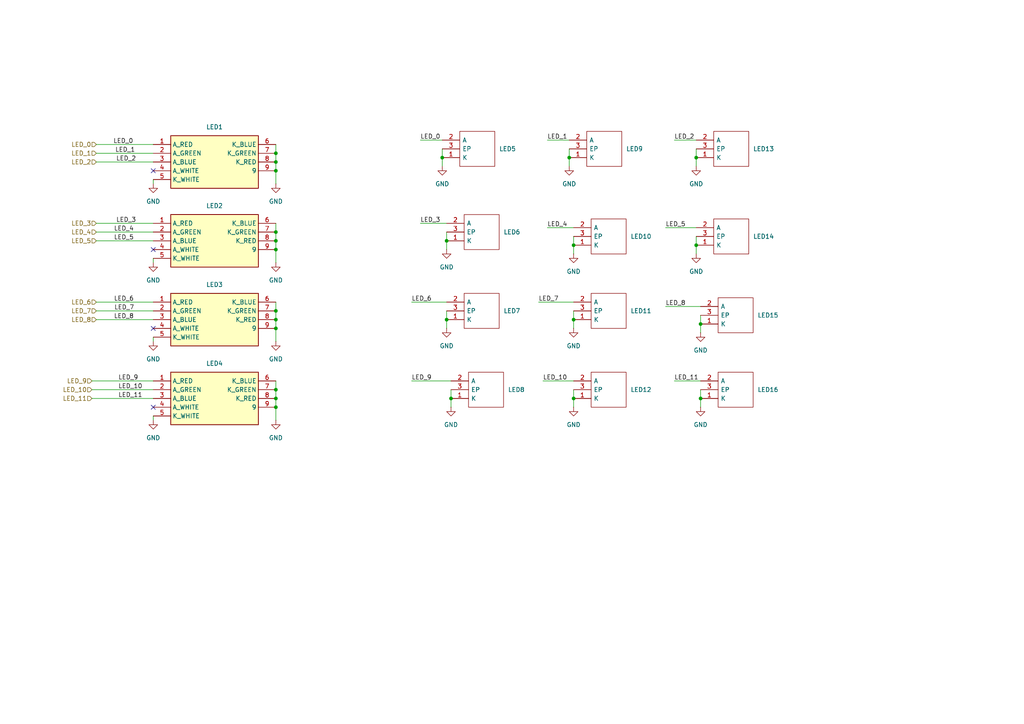
<source format=kicad_sch>
(kicad_sch (version 20250114) (generator "eeschema") (generator_version "9.0")
  (paper "A4")
  (lib_symbols
    (symbol "JR5050CWT-E-B50EB0000-N0000001:JR5050CWT-E-B50EB0000-N0000001" (pin_names (offset 0.762))
      (property "Reference" "LED" (at 16.51 7.62 0))
      (property "Value" "JR5050CWT-E-B50EB0000-N0000001" (at 16.51 5.08 0))
      (symbol "JR5050CWT-E-B50EB0000-N0000001_0_0"
        (pin passive line (at 0 0 0) (length 5.08) (name "A") (number "2"))
        (pin passive line (at 0 -2.54 0) (length 5.08) (name "EP") (number "3"))
        (pin passive line (at 0 -5.08 0) (length 5.08) (name "K") (number "1"))
      )
      (symbol "JR5050CWT-E-B50EB0000-N0000001_0_1"
        (polyline (pts (xy 5.08 2.54) (xy 15.24 2.54) (xy 15.24 -7.62) (xy 5.08 -7.62) (xy 5.08 2.54)) (stroke (width 0.1524)))
      )
    )
    (symbol "XPLDCL-00-0000-0000HC6AAAE7:XPLDCL-00-0000-0000HC6AAAE7"
      (property "Reference" "LED" (at 31.75 7.62 0))
      (property "Value" "XPLDCL-00-0000-0000HC6AAAE7" (at 31.75 5.08 0))
      (symbol "XPLDCL-00-0000-0000HC6AAAE7_1_1"
        (rectangle (start 5.08 2.54) (end 30.48 -12.7) (stroke (width 0.254)) (fill (type background)))
        (pin passive line (at 0 0 0) (length 5.08) (name "A_RED") (number "1"))
        (pin passive line (at 0 -2.54 0) (length 5.08) (name "A_GREEN") (number "2"))
        (pin passive line (at 0 -5.08 0) (length 5.08) (name "A_BLUE") (number "3"))
        (pin passive line (at 0 -7.62 0) (length 5.08) (name "A_WHITE") (number "4"))
        (pin passive line (at 0 -10.16 0) (length 5.08) (name "K_WHITE") (number "5"))
        (pin passive line (at 35.56 0 180) (length 5.08) (name "K_BLUE") (number "6"))
        (pin passive line (at 35.56 -2.54 180) (length 5.08) (name "K_GREEN") (number "7"))
        (pin passive line (at 35.56 -5.08 180) (length 5.08) (name "K_RED") (number "8"))
        (pin passive line (at 35.56 -7.62 180) (length 5.08) (name "9") (number "9"))
      )
    )
    (symbol "power:GND" (power) (pin_numbers (hide yes)) (pin_names (offset 0) (hide yes))
      (property "Value" "GND" (at 0 -3.81 0))
      (symbol "GND_0_1"
        (polyline (pts (xy 0 0) (xy 0 -1.27) (xy 1.27 -1.27) (xy 0 -2.54) (xy -1.27 -1.27) (xy 0 -1.27)))
      )
      (symbol "GND_1_1"
        (pin power_in line (at 0 0 270) (length 0) (name "~") (number "1"))
      )
    )
  )
  (junction (at 166.37 92.71))
  (junction (at 201.93 71.12))
  (junction (at 128.27 45.72))
  (junction (at 80.01 67.31))
  (junction (at 129.54 92.71))
  (junction (at 203.2 93.98))
  (junction (at 80.01 115.57))
  (junction (at 129.54 69.85))
  (junction (at 80.01 49.53))
  (junction (at 80.01 69.85))
  (junction (at 166.37 71.12))
  (junction (at 80.01 72.39))
  (junction (at 201.93 45.72))
  (junction (at 80.01 92.71))
  (junction (at 80.01 90.17))
  (junction (at 203.2 115.57))
  (junction (at 80.01 46.99))
  (junction (at 80.01 118.11))
  (junction (at 130.81 115.57))
  (junction (at 80.01 95.25))
  (junction (at 165.1 45.72))
  (junction (at 80.01 113.03))
  (junction (at 80.01 44.45))
  (junction (at 166.37 115.57))
  (no_connect (at 44.45 49.53))
  (no_connect (at 44.45 72.39))
  (no_connect (at 44.45 95.25))
  (no_connect (at 44.45 118.11))
  (wire (pts (xy 27.94 46.99) (xy 44.45 46.99)))
  (wire (pts (xy 193.04 88.9) (xy 203.2 88.9)))
  (wire (pts (xy 80.01 92.71) (xy 80.01 95.25)))
  (wire (pts (xy 201.93 45.72) (xy 201.93 48.26)))
  (wire (pts (xy 80.01 87.63) (xy 80.01 90.17)))
  (wire (pts (xy 80.01 121.92) (xy 80.01 118.11)))
  (wire (pts (xy 158.75 40.64) (xy 165.1 40.64)))
  (wire (pts (xy 44.45 99.06) (xy 44.45 97.79)))
  (wire (pts (xy 165.1 43.18) (xy 165.1 45.72)))
  (wire (pts (xy 165.1 45.72) (xy 165.1 48.26)))
  (wire (pts (xy 129.54 69.85) (xy 129.54 72.39)))
  (wire (pts (xy 27.94 87.63) (xy 44.45 87.63)))
  (wire (pts (xy 128.27 43.18) (xy 128.27 45.72)))
  (wire (pts (xy 201.93 68.58) (xy 201.93 71.12)))
  (wire (pts (xy 27.94 44.45) (xy 44.45 44.45)))
  (wire (pts (xy 166.37 113.03) (xy 166.37 115.57)))
  (wire (pts (xy 27.94 41.91) (xy 44.45 41.91)))
  (wire (pts (xy 130.81 115.57) (xy 130.81 118.11)))
  (wire (pts (xy 166.37 92.71) (xy 166.37 95.25)))
  (wire (pts (xy 44.45 53.34) (xy 44.45 52.07)))
  (wire (pts (xy 26.67 113.03) (xy 44.45 113.03)))
  (wire (pts (xy 80.01 46.99) (xy 80.01 49.53)))
  (wire (pts (xy 80.01 99.06) (xy 80.01 95.25)))
  (wire (pts (xy 203.2 113.03) (xy 203.2 115.57)))
  (wire (pts (xy 157.48 110.49) (xy 166.37 110.49)))
  (wire (pts (xy 166.37 90.17) (xy 166.37 92.71)))
  (wire (pts (xy 44.45 76.2) (xy 44.45 74.93)))
  (wire (pts (xy 158.75 66.04) (xy 166.37 66.04)))
  (wire (pts (xy 80.01 44.45) (xy 80.01 46.99)))
  (wire (pts (xy 129.54 90.17) (xy 129.54 92.71)))
  (wire (pts (xy 203.2 91.44) (xy 203.2 93.98)))
  (wire (pts (xy 80.01 113.03) (xy 80.01 115.57)))
  (wire (pts (xy 128.27 45.72) (xy 128.27 48.26)))
  (wire (pts (xy 27.94 67.31) (xy 44.45 67.31)))
  (wire (pts (xy 27.94 90.17) (xy 44.45 90.17)))
  (wire (pts (xy 80.01 64.77) (xy 80.01 67.31)))
  (wire (pts (xy 195.58 40.64) (xy 201.93 40.64)))
  (wire (pts (xy 80.01 76.2) (xy 80.01 72.39)))
  (wire (pts (xy 129.54 67.31) (xy 129.54 69.85)))
  (wire (pts (xy 166.37 115.57) (xy 166.37 118.11)))
  (wire (pts (xy 44.45 121.92) (xy 44.45 120.65)))
  (wire (pts (xy 26.67 110.49) (xy 44.45 110.49)))
  (wire (pts (xy 80.01 67.31) (xy 80.01 69.85)))
  (wire (pts (xy 27.94 69.85) (xy 44.45 69.85)))
  (wire (pts (xy 156.21 87.63) (xy 166.37 87.63)))
  (wire (pts (xy 201.93 71.12) (xy 201.93 73.66)))
  (wire (pts (xy 129.54 92.71) (xy 129.54 95.25)))
  (wire (pts (xy 80.01 53.34) (xy 80.01 49.53)))
  (wire (pts (xy 195.58 110.49) (xy 203.2 110.49)))
  (wire (pts (xy 27.94 92.71) (xy 44.45 92.71)))
  (wire (pts (xy 80.01 69.85) (xy 80.01 72.39)))
  (wire (pts (xy 80.01 115.57) (xy 80.01 118.11)))
  (wire (pts (xy 166.37 71.12) (xy 166.37 73.66)))
  (wire (pts (xy 80.01 110.49) (xy 80.01 113.03)))
  (wire (pts (xy 203.2 115.57) (xy 203.2 118.11)))
  (wire (pts (xy 80.01 90.17) (xy 80.01 92.71)))
  (wire (pts (xy 119.38 87.63) (xy 129.54 87.63)))
  (wire (pts (xy 193.04 66.04) (xy 201.93 66.04)))
  (wire (pts (xy 80.01 41.91) (xy 80.01 44.45)))
  (wire (pts (xy 121.92 64.77) (xy 129.54 64.77)))
  (wire (pts (xy 203.2 93.98) (xy 203.2 96.52)))
  (wire (pts (xy 26.67 115.57) (xy 44.45 115.57)))
  (wire (pts (xy 130.81 113.03) (xy 130.81 115.57)))
  (wire (pts (xy 166.37 68.58) (xy 166.37 71.12)))
  (wire (pts (xy 119.38 110.49) (xy 130.81 110.49)))
  (wire (pts (xy 201.93 43.18) (xy 201.93 45.72)))
  (wire (pts (xy 27.94 64.77) (xy 44.45 64.77)))
  (wire (pts (xy 121.92 40.64) (xy 128.27 40.64)))
  (label "LED_7" (at 33.1216 90.17 0))
  (label "LED_2" (at 195.58 40.64 0))
  (label "LED_3" (at 33.67 64.77 0))
  (label "LED_3" (at 121.92 64.77 0))
  (label "LED_10" (at 157.48 110.49 0))
  (label "LED_0" (at 32.8474 41.91 0))
  (label "LED_0" (at 121.92 40.64 0))
  (label "LED_4" (at 33.02 67.31 0))
  (label "LED_9" (at 34.29 110.49 0))
  (label "LED_6" (at 119.38 87.63 0))
  (label "LED_8" (at 193.04 88.9 0))
  (label "LED_5" (at 33.02 69.85 0))
  (label "LED_5" (at 193.04 66.04 0))
  (label "LED_1" (at 158.75 40.64 0))
  (label "LED_1" (at 33.3958 44.45 0))
  (label "LED_9" (at 119.38 110.49 0))
  (label "LED_11" (at 34.29 115.57 0))
  (label "LED_8" (at 33.02 92.71 0))
  (label "LED_11" (at 195.58 110.49 0))
  (label "LED_7" (at 156.21 87.63 0))
  (label "LED_10" (at 34.29 113.03 0))
  (label "LED_2" (at 33.67 46.99 0))
  (label "LED_6" (at 33.02 87.63 0))
  (label "LED_4" (at 158.75 66.04 0))
  (hierarchical_label "LED_3" (shape input) (at 27.94 64.77 180))
  (hierarchical_label "LED_5" (shape input) (at 27.94 69.85 180))
  (hierarchical_label "LED_6" (shape input) (at 27.94 87.63 180))
  (hierarchical_label "LED_0" (shape input) (at 27.94 41.91 180))
  (hierarchical_label "LED_7" (shape input) (at 27.94 90.17 180))
  (hierarchical_label "LED_2" (shape input) (at 27.94 46.99 180))
  (hierarchical_label "LED_9" (shape input) (at 26.67 110.49 180))
  (hierarchical_label "LED_8" (shape input) (at 27.94 92.71 180))
  (hierarchical_label "LED_10" (shape input) (at 26.67 113.03 180))
  (hierarchical_label "LED_4" (shape input) (at 27.94 67.31 180))
  (hierarchical_label "LED_11" (shape input) (at 26.67 115.57 180))
  (hierarchical_label "LED_1" (shape input) (at 27.94 44.45 180))
  (symbol (lib_id "power:GND") (at 129.54 95.25 0) (unit 1)
    (property "Reference" "#PWR054" (effects (hide yes)))
    (property "Value" "GND" (at 129.54 100.33 0))
    (property "Description" "Power symbol creates a global label with name \"GND\" , ground" (effects (hide yes)))
  )
  (symbol (lib_id "power:GND") (at 80.01 99.06 0) (unit 1)
    (property "Reference" "#PWR050" (effects (hide yes)))
    (property "Value" "GND" (at 80.01 104.14 0))
    (property "Description" "Power symbol creates a global label with name \"GND\" , ground" (effects (hide yes)))
  )
  (symbol (lib_id "power:GND") (at 128.27 48.26 0) (unit 1)
    (property "Reference" "#PWR052" (effects (hide yes)))
    (property "Value" "GND" (at 128.27 53.34 0))
    (property "Description" "Power symbol creates a global label with name \"GND\" , ground" (effects (hide yes)))
  )
  (symbol (lib_id "JR5050CWT-E-B50EB0000-N0000001:JR5050CWT-E-B50EB0000-N0000001") (at 166.37 87.63 0) (unit 1)
    (property "Reference" "LED11" (at 182.88 90.1699 0) (effects (justify left)))
    (property "Value" "JR5050CWT-E-B50EB0000-N0000001" (effects (hide yes)))
    (property "Footprint" "footprint_lib:JR5050CWT" (effects (hide yes)))
    (property "Datasheet" "https://downloads.cree-led.com/files/ds/j/JSeries-5050C.pdf" (effects (hide yes)))
    (property "Description" "Mid-Power LEDs - White JR5050C 6V E Class (5W)" (effects (hide yes)))
    (property "Description_1" "Mid-Power LEDs - White JR5050C 6V E Class (5W)" (effects (hide yes)))
    (property "Height" "0.95" (effects (hide yes)))
    (property "Mouser Part Number" "941-JR5050CWTEB50EBN" (effects (hide yes)))
    (property "Mouser Price/Stock" "https://www.mouser.co.uk/ProductDetail/Cree-LED/JR5050CWT-E-B50EB0000-N0000001?qs=9vOqFld9vZVUMTGC19eA5A%3D%3D" (effects (hide yes)))
    (property "Manufacturer_Name" "CREE LED" (effects (hide yes)))
    (property "Manufacturer_Part_Number" "JR5050CWT-E-B50EB0000-N0000001" (effects (hide yes)))
  )
  (symbol (lib_id "power:GND") (at 80.01 76.2 0) (unit 1)
    (property "Reference" "#PWR049" (effects (hide yes)))
    (property "Value" "GND" (at 80.01 81.28 0))
    (property "Description" "Power symbol creates a global label with name \"GND\" , ground" (effects (hide yes)))
  )
  (symbol (lib_id "power:GND") (at 166.37 73.66 0) (unit 1)
    (property "Reference" "#PWR057" (effects (hide yes)))
    (property "Value" "GND" (at 166.37 78.74 0))
    (property "Description" "Power symbol creates a global label with name \"GND\" , ground" (effects (hide yes)))
  )
  (symbol (lib_id "XPLDCL-00-0000-0000HC6AAAE7:XPLDCL-00-0000-0000HC6AAAE7") (at 44.45 41.91 0) (unit 1)
    (property "Reference" "LED1" (at 62.23 36.83 0))
    (property "Value" "XPLDCL-00-0000-0000HC6AAAE7" (effects (hide yes)))
    (property "Footprint" "footprint_lib:XPLDCL" (effects (hide yes)))
    (property "Datasheet" "https://downloads.cree-led.com/files/ds/x/XLamp-XPLDCL.pdf" (effects (hide yes)))
    (property "Description" "LED Lighting Color XLamp XP-L Red, Green, Blue, White - Warm (RGBW) 625nm Red, 528nm Green, 458nm Blue, 3000K White 1414 (3535 Metric)" (effects (hide yes)))
    (property "Height" "2.83" (effects (hide yes)))
    (property "Mouser Part Number" "941-XPLDCL00HC6AAAE7" (effects (hide yes)))
    (property "Mouser Price/Stock" "https://www.mouser.co.uk/ProductDetail/Cree-LED/XPLDCL-00-0000-0000HC6AAAE7?qs=i8QVZAFTkqRih4SMA%252BJLrw%3D%3D" (effects (hide yes)))
    (property "Manufacturer_Name" "CREE LED" (effects (hide yes)))
    (property "Manufacturer_Part_Number" "XPLDCL-00-0000-0000HC6AAAE7" (effects (hide yes)))
  )
  (symbol (lib_id "JR5050CWT-E-B50EB0000-N0000001:JR5050CWT-E-B50EB0000-N0000001") (at 203.2 88.9 0) (unit 1)
    (property "Reference" "LED15" (at 219.71 91.4399 0) (effects (justify left)))
    (property "Value" "JR5050CWT-E-B50EB0000-N0000001" (effects (hide yes)))
    (property "Footprint" "footprint_lib:JR5050CWT" (effects (hide yes)))
    (property "Datasheet" "https://downloads.cree-led.com/files/ds/j/JSeries-5050C.pdf" (effects (hide yes)))
    (property "Description" "Mid-Power LEDs - White JR5050C 6V E Class (5W)" (effects (hide yes)))
    (property "Description_1" "Mid-Power LEDs - White JR5050C 6V E Class (5W)" (effects (hide yes)))
    (property "Height" "0.95" (effects (hide yes)))
    (property "Mouser Part Number" "941-JR5050CWTEB50EBN" (effects (hide yes)))
    (property "Mouser Price/Stock" "https://www.mouser.co.uk/ProductDetail/Cree-LED/JR5050CWT-E-B50EB0000-N0000001?qs=9vOqFld9vZVUMTGC19eA5A%3D%3D" (effects (hide yes)))
    (property "Manufacturer_Name" "CREE LED" (effects (hide yes)))
    (property "Manufacturer_Part_Number" "JR5050CWT-E-B50EB0000-N0000001" (effects (hide yes)))
  )
  (symbol (lib_id "power:GND") (at 44.45 121.92 0) (unit 1)
    (property "Reference" "#PWR047" (effects (hide yes)))
    (property "Value" "GND" (at 44.45 127 0))
    (property "Description" "Power symbol creates a global label with name \"GND\" , ground" (effects (hide yes)))
  )
  (symbol (lib_id "XPLDCL-00-0000-0000HC6AAAE7:XPLDCL-00-0000-0000HC6AAAE7") (at 44.45 64.77 0) (unit 1)
    (property "Reference" "LED2" (at 62.23 59.69 0))
    (property "Value" "XPLDCL-00-0000-0000HC6AAAE7" (effects (hide yes)))
    (property "Footprint" "footprint_lib:XPLDCL" (effects (hide yes)))
    (property "Datasheet" "https://downloads.cree-led.com/files/ds/x/XLamp-XPLDCL.pdf" (effects (hide yes)))
    (property "Description" "LED Lighting Color XLamp XP-L Red, Green, Blue, White - Warm (RGBW) 625nm Red, 528nm Green, 458nm Blue, 3000K White 1414 (3535 Metric)" (effects (hide yes)))
    (property "Height" "2.83" (effects (hide yes)))
    (property "Mouser Part Number" "941-XPLDCL00HC6AAAE7" (effects (hide yes)))
    (property "Mouser Price/Stock" "https://www.mouser.co.uk/ProductDetail/Cree-LED/XPLDCL-00-0000-0000HC6AAAE7?qs=i8QVZAFTkqRih4SMA%252BJLrw%3D%3D" (effects (hide yes)))
    (property "Manufacturer_Name" "CREE LED" (effects (hide yes)))
    (property "Manufacturer_Part_Number" "XPLDCL-00-0000-0000HC6AAAE7" (effects (hide yes)))
  )
  (symbol (lib_id "JR5050CWT-E-B50EB0000-N0000001:JR5050CWT-E-B50EB0000-N0000001") (at 201.93 66.04 0) (unit 1)
    (property "Reference" "LED14" (at 218.44 68.5799 0) (effects (justify left)))
    (property "Value" "JR5050CWT-E-B50EB0000-N0000001" (effects (hide yes)))
    (property "Footprint" "footprint_lib:JR5050CWT" (effects (hide yes)))
    (property "Datasheet" "https://downloads.cree-led.com/files/ds/j/JSeries-5050C.pdf" (effects (hide yes)))
    (property "Description" "Mid-Power LEDs - White JR5050C 6V E Class (5W)" (effects (hide yes)))
    (property "Description_1" "Mid-Power LEDs - White JR5050C 6V E Class (5W)" (effects (hide yes)))
    (property "Height" "0.95" (effects (hide yes)))
    (property "Mouser Part Number" "941-JR5050CWTEB50EBN" (effects (hide yes)))
    (property "Mouser Price/Stock" "https://www.mouser.co.uk/ProductDetail/Cree-LED/JR5050CWT-E-B50EB0000-N0000001?qs=9vOqFld9vZVUMTGC19eA5A%3D%3D" (effects (hide yes)))
    (property "Manufacturer_Name" "CREE LED" (effects (hide yes)))
    (property "Manufacturer_Part_Number" "JR5050CWT-E-B50EB0000-N0000001" (effects (hide yes)))
  )
  (symbol (lib_id "power:GND") (at 166.37 118.11 0) (unit 1)
    (property "Reference" "#PWR059" (effects (hide yes)))
    (property "Value" "GND" (at 166.37 123.19 0))
    (property "Description" "Power symbol creates a global label with name \"GND\" , ground" (effects (hide yes)))
  )
  (symbol (lib_id "power:GND") (at 165.1 48.26 0) (unit 1)
    (property "Reference" "#PWR056" (effects (hide yes)))
    (property "Value" "GND" (at 165.1 53.34 0))
    (property "Description" "Power symbol creates a global label with name \"GND\" , ground" (effects (hide yes)))
  )
  (symbol (lib_id "power:GND") (at 80.01 53.34 0) (unit 1)
    (property "Reference" "#PWR048" (effects (hide yes)))
    (property "Value" "GND" (at 80.01 58.42 0))
    (property "Description" "Power symbol creates a global label with name \"GND\" , ground" (effects (hide yes)))
  )
  (symbol (lib_id "XPLDCL-00-0000-0000HC6AAAE7:XPLDCL-00-0000-0000HC6AAAE7") (at 44.45 110.49 0) (unit 1)
    (property "Reference" "LED4" (at 62.23 105.41 0))
    (property "Value" "XPLDCL-00-0000-0000HC6AAAE7" (effects (hide yes)))
    (property "Footprint" "footprint_lib:XPLDCL" (effects (hide yes)))
    (property "Datasheet" "https://downloads.cree-led.com/files/ds/x/XLamp-XPLDCL.pdf" (effects (hide yes)))
    (property "Description" "LED Lighting Color XLamp XP-L Red, Green, Blue, White - Warm (RGBW) 625nm Red, 528nm Green, 458nm Blue, 3000K White 1414 (3535 Metric)" (effects (hide yes)))
    (property "Height" "2.83" (effects (hide yes)))
    (property "Mouser Part Number" "941-XPLDCL00HC6AAAE7" (effects (hide yes)))
    (property "Mouser Price/Stock" "https://www.mouser.co.uk/ProductDetail/Cree-LED/XPLDCL-00-0000-0000HC6AAAE7?qs=i8QVZAFTkqRih4SMA%252BJLrw%3D%3D" (effects (hide yes)))
    (property "Manufacturer_Name" "CREE LED" (effects (hide yes)))
    (property "Manufacturer_Part_Number" "XPLDCL-00-0000-0000HC6AAAE7" (effects (hide yes)))
  )
  (symbol (lib_id "JR5050CWT-E-B50EB0000-N0000001:JR5050CWT-E-B50EB0000-N0000001") (at 129.54 64.77 0) (unit 1)
    (property "Reference" "LED6" (at 146.05 67.3099 0) (effects (justify left)))
    (property "Value" "JR5050CWT-E-B50EB0000-N0000001" (effects (hide yes)))
    (property "Footprint" "footprint_lib:JR5050CWT" (effects (hide yes)))
    (property "Datasheet" "https://downloads.cree-led.com/files/ds/j/JSeries-5050C.pdf" (effects (hide yes)))
    (property "Description" "Mid-Power LEDs - White JR5050C 6V E Class (5W)" (effects (hide yes)))
    (property "Description_1" "Mid-Power LEDs - White JR5050C 6V E Class (5W)" (effects (hide yes)))
    (property "Height" "0.95" (effects (hide yes)))
    (property "Mouser Part Number" "941-JR5050CWTEB50EBN" (effects (hide yes)))
    (property "Mouser Price/Stock" "https://www.mouser.co.uk/ProductDetail/Cree-LED/JR5050CWT-E-B50EB0000-N0000001?qs=9vOqFld9vZVUMTGC19eA5A%3D%3D" (effects (hide yes)))
    (property "Manufacturer_Name" "CREE LED" (effects (hide yes)))
    (property "Manufacturer_Part_Number" "JR5050CWT-E-B50EB0000-N0000001" (effects (hide yes)))
  )
  (symbol (lib_id "JR5050CWT-E-B50EB0000-N0000001:JR5050CWT-E-B50EB0000-N0000001") (at 166.37 110.49 0) (unit 1)
    (property "Reference" "LED12" (at 182.88 113.0299 0) (effects (justify left)))
    (property "Value" "JR5050CWT-E-B50EB0000-N0000001" (effects (hide yes)))
    (property "Footprint" "footprint_lib:JR5050CWT" (effects (hide yes)))
    (property "Datasheet" "https://downloads.cree-led.com/files/ds/j/JSeries-5050C.pdf" (effects (hide yes)))
    (property "Description" "Mid-Power LEDs - White JR5050C 6V E Class (5W)" (effects (hide yes)))
    (property "Description_1" "Mid-Power LEDs - White JR5050C 6V E Class (5W)" (effects (hide yes)))
    (property "Height" "0.95" (effects (hide yes)))
    (property "Mouser Part Number" "941-JR5050CWTEB50EBN" (effects (hide yes)))
    (property "Mouser Price/Stock" "https://www.mouser.co.uk/ProductDetail/Cree-LED/JR5050CWT-E-B50EB0000-N0000001?qs=9vOqFld9vZVUMTGC19eA5A%3D%3D" (effects (hide yes)))
    (property "Manufacturer_Name" "CREE LED" (effects (hide yes)))
    (property "Manufacturer_Part_Number" "JR5050CWT-E-B50EB0000-N0000001" (effects (hide yes)))
  )
  (symbol (lib_id "power:GND") (at 201.93 73.66 0) (unit 1)
    (property "Reference" "#PWR061" (effects (hide yes)))
    (property "Value" "GND" (at 201.93 78.74 0))
    (property "Description" "Power symbol creates a global label with name \"GND\" , ground" (effects (hide yes)))
  )
  (symbol (lib_id "power:GND") (at 80.01 121.92 0) (unit 1)
    (property "Reference" "#PWR051" (effects (hide yes)))
    (property "Value" "GND" (at 80.01 127 0))
    (property "Description" "Power symbol creates a global label with name \"GND\" , ground" (effects (hide yes)))
  )
  (symbol (lib_id "power:GND") (at 44.45 76.2 0) (unit 1)
    (property "Reference" "#PWR045" (effects (hide yes)))
    (property "Value" "GND" (at 44.45 81.28 0))
    (property "Description" "Power symbol creates a global label with name \"GND\" , ground" (effects (hide yes)))
  )
  (symbol (lib_id "JR5050CWT-E-B50EB0000-N0000001:JR5050CWT-E-B50EB0000-N0000001") (at 130.81 110.49 0) (unit 1)
    (property "Reference" "LED8" (at 147.32 113.0299 0) (effects (justify left)))
    (property "Value" "JR5050CWT-E-B50EB0000-N0000001" (effects (hide yes)))
    (property "Footprint" "footprint_lib:JR5050CWT" (effects (hide yes)))
    (property "Datasheet" "https://downloads.cree-led.com/files/ds/j/JSeries-5050C.pdf" (effects (hide yes)))
    (property "Description" "Mid-Power LEDs - White JR5050C 6V E Class (5W)" (effects (hide yes)))
    (property "Description_1" "Mid-Power LEDs - White JR5050C 6V E Class (5W)" (effects (hide yes)))
    (property "Height" "0.95" (effects (hide yes)))
    (property "Mouser Part Number" "941-JR5050CWTEB50EBN" (effects (hide yes)))
    (property "Mouser Price/Stock" "https://www.mouser.co.uk/ProductDetail/Cree-LED/JR5050CWT-E-B50EB0000-N0000001?qs=9vOqFld9vZVUMTGC19eA5A%3D%3D" (effects (hide yes)))
    (property "Manufacturer_Name" "CREE LED" (effects (hide yes)))
    (property "Manufacturer_Part_Number" "JR5050CWT-E-B50EB0000-N0000001" (effects (hide yes)))
  )
  (symbol (lib_id "JR5050CWT-E-B50EB0000-N0000001:JR5050CWT-E-B50EB0000-N0000001") (at 201.93 40.64 0) (unit 1)
    (property "Reference" "LED13" (at 218.44 43.1799 0) (effects (justify left)))
    (property "Value" "JR5050CWT-E-B50EB0000-N0000001" (effects (hide yes)))
    (property "Footprint" "footprint_lib:JR5050CWT" (effects (hide yes)))
    (property "Datasheet" "https://downloads.cree-led.com/files/ds/j/JSeries-5050C.pdf" (effects (hide yes)))
    (property "Description" "Mid-Power LEDs - White JR5050C 6V E Class (5W)" (effects (hide yes)))
    (property "Description_1" "Mid-Power LEDs - White JR5050C 6V E Class (5W)" (effects (hide yes)))
    (property "Height" "0.95" (effects (hide yes)))
    (property "Mouser Part Number" "941-JR5050CWTEB50EBN" (effects (hide yes)))
    (property "Mouser Price/Stock" "https://www.mouser.co.uk/ProductDetail/Cree-LED/JR5050CWT-E-B50EB0000-N0000001?qs=9vOqFld9vZVUMTGC19eA5A%3D%3D" (effects (hide yes)))
    (property "Manufacturer_Name" "CREE LED" (effects (hide yes)))
    (property "Manufacturer_Part_Number" "JR5050CWT-E-B50EB0000-N0000001" (effects (hide yes)))
  )
  (symbol (lib_id "JR5050CWT-E-B50EB0000-N0000001:JR5050CWT-E-B50EB0000-N0000001") (at 128.27 40.64 0) (unit 1)
    (property "Reference" "LED5" (at 144.78 43.1799 0) (effects (justify left)))
    (property "Value" "JR5050CWT-E-B50EB0000-N0000001" (effects (hide yes)))
    (property "Footprint" "footprint_lib:JR5050CWT" (effects (hide yes)))
    (property "Datasheet" "https://downloads.cree-led.com/files/ds/j/JSeries-5050C.pdf" (effects (hide yes)))
    (property "Description" "Mid-Power LEDs - White JR5050C 6V E Class (5W)" (effects (hide yes)))
    (property "Description_1" "Mid-Power LEDs - White JR5050C 6V E Class (5W)" (effects (hide yes)))
    (property "Height" "0.95" (effects (hide yes)))
    (property "Mouser Part Number" "941-JR5050CWTEB50EBN" (effects (hide yes)))
    (property "Mouser Price/Stock" "https://www.mouser.co.uk/ProductDetail/Cree-LED/JR5050CWT-E-B50EB0000-N0000001?qs=9vOqFld9vZVUMTGC19eA5A%3D%3D" (effects (hide yes)))
    (property "Manufacturer_Name" "CREE LED" (effects (hide yes)))
    (property "Manufacturer_Part_Number" "JR5050CWT-E-B50EB0000-N0000001" (effects (hide yes)))
  )
  (symbol (lib_id "power:GND") (at 166.37 95.25 0) (unit 1)
    (property "Reference" "#PWR058" (effects (hide yes)))
    (property "Value" "GND" (at 166.37 100.33 0))
    (property "Description" "Power symbol creates a global label with name \"GND\" , ground" (effects (hide yes)))
  )
  (symbol (lib_id "JR5050CWT-E-B50EB0000-N0000001:JR5050CWT-E-B50EB0000-N0000001") (at 129.54 87.63 0) (unit 1)
    (property "Reference" "LED7" (at 146.05 90.1699 0) (effects (justify left)))
    (property "Value" "JR5050CWT-E-B50EB0000-N0000001" (effects (hide yes)))
    (property "Footprint" "footprint_lib:JR5050CWT" (effects (hide yes)))
    (property "Datasheet" "https://downloads.cree-led.com/files/ds/j/JSeries-5050C.pdf" (effects (hide yes)))
    (property "Description" "Mid-Power LEDs - White JR5050C 6V E Class (5W)" (effects (hide yes)))
    (property "Description_1" "Mid-Power LEDs - White JR5050C 6V E Class (5W)" (effects (hide yes)))
    (property "Height" "0.95" (effects (hide yes)))
    (property "Mouser Part Number" "941-JR5050CWTEB50EBN" (effects (hide yes)))
    (property "Mouser Price/Stock" "https://www.mouser.co.uk/ProductDetail/Cree-LED/JR5050CWT-E-B50EB0000-N0000001?qs=9vOqFld9vZVUMTGC19eA5A%3D%3D" (effects (hide yes)))
    (property "Manufacturer_Name" "CREE LED" (effects (hide yes)))
    (property "Manufacturer_Part_Number" "JR5050CWT-E-B50EB0000-N0000001" (effects (hide yes)))
  )
  (symbol (lib_id "power:GND") (at 44.45 53.34 0) (unit 1)
    (property "Reference" "#PWR044" (effects (hide yes)))
    (property "Value" "GND" (at 44.45 58.42 0))
    (property "Description" "Power symbol creates a global label with name \"GND\" , ground" (effects (hide yes)))
  )
  (symbol (lib_id "power:GND") (at 201.93 48.26 0) (unit 1)
    (property "Reference" "#PWR060" (effects (hide yes)))
    (property "Value" "GND" (at 201.93 53.34 0))
    (property "Description" "Power symbol creates a global label with name \"GND\" , ground" (effects (hide yes)))
  )
  (symbol (lib_id "power:GND") (at 129.54 72.39 0) (unit 1)
    (property "Reference" "#PWR053" (effects (hide yes)))
    (property "Value" "GND" (at 129.54 77.47 0))
    (property "Description" "Power symbol creates a global label with name \"GND\" , ground" (effects (hide yes)))
  )
  (symbol (lib_id "JR5050CWT-E-B50EB0000-N0000001:JR5050CWT-E-B50EB0000-N0000001") (at 165.1 40.64 0) (unit 1)
    (property "Reference" "LED9" (at 181.61 43.1799 0) (effects (justify left)))
    (property "Value" "JR5050CWT-E-B50EB0000-N0000001" (effects (hide yes)))
    (property "Footprint" "footprint_lib:JR5050CWT" (effects (hide yes)))
    (property "Datasheet" "https://downloads.cree-led.com/files/ds/j/JSeries-5050C.pdf" (effects (hide yes)))
    (property "Description" "Mid-Power LEDs - White JR5050C 6V E Class (5W)" (effects (hide yes)))
    (property "Description_1" "Mid-Power LEDs - White JR5050C 6V E Class (5W)" (effects (hide yes)))
    (property "Height" "0.95" (effects (hide yes)))
    (property "Mouser Part Number" "941-JR5050CWTEB50EBN" (effects (hide yes)))
    (property "Mouser Price/Stock" "https://www.mouser.co.uk/ProductDetail/Cree-LED/JR5050CWT-E-B50EB0000-N0000001?qs=9vOqFld9vZVUMTGC19eA5A%3D%3D" (effects (hide yes)))
    (property "Manufacturer_Name" "CREE LED" (effects (hide yes)))
    (property "Manufacturer_Part_Number" "JR5050CWT-E-B50EB0000-N0000001" (effects (hide yes)))
  )
  (symbol (lib_id "JR5050CWT-E-B50EB0000-N0000001:JR5050CWT-E-B50EB0000-N0000001") (at 166.37 66.04 0) (unit 1)
    (property "Reference" "LED10" (at 182.88 68.5799 0) (effects (justify left)))
    (property "Value" "JR5050CWT-E-B50EB0000-N0000001" (effects (hide yes)))
    (property "Footprint" "footprint_lib:JR5050CWT" (effects (hide yes)))
    (property "Datasheet" "https://downloads.cree-led.com/files/ds/j/JSeries-5050C.pdf" (effects (hide yes)))
    (property "Description" "Mid-Power LEDs - White JR5050C 6V E Class (5W)" (effects (hide yes)))
    (property "Description_1" "Mid-Power LEDs - White JR5050C 6V E Class (5W)" (effects (hide yes)))
    (property "Height" "0.95" (effects (hide yes)))
    (property "Mouser Part Number" "941-JR5050CWTEB50EBN" (effects (hide yes)))
    (property "Mouser Price/Stock" "https://www.mouser.co.uk/ProductDetail/Cree-LED/JR5050CWT-E-B50EB0000-N0000001?qs=9vOqFld9vZVUMTGC19eA5A%3D%3D" (effects (hide yes)))
    (property "Manufacturer_Name" "CREE LED" (effects (hide yes)))
    (property "Manufacturer_Part_Number" "JR5050CWT-E-B50EB0000-N0000001" (effects (hide yes)))
  )
  (symbol (lib_id "power:GND") (at 130.81 118.11 0) (unit 1)
    (property "Reference" "#PWR055" (effects (hide yes)))
    (property "Value" "GND" (at 130.81 123.19 0))
    (property "Description" "Power symbol creates a global label with name \"GND\" , ground" (effects (hide yes)))
  )
  (symbol (lib_id "power:GND") (at 203.2 96.52 0) (unit 1)
    (property "Reference" "#PWR062" (effects (hide yes)))
    (property "Value" "GND" (at 203.2 101.6 0))
    (property "Description" "Power symbol creates a global label with name \"GND\" , ground" (effects (hide yes)))
  )
  (symbol (lib_id "power:GND") (at 203.2 118.11 0) (unit 1)
    (property "Reference" "#PWR063" (effects (hide yes)))
    (property "Value" "GND" (at 203.2 123.19 0))
    (property "Description" "Power symbol creates a global label with name \"GND\" , ground" (effects (hide yes)))
  )
  (symbol (lib_id "XPLDCL-00-0000-0000HC6AAAE7:XPLDCL-00-0000-0000HC6AAAE7") (at 44.45 87.63 0) (unit 1)
    (property "Reference" "LED3" (at 62.23 82.55 0))
    (property "Value" "XPLDCL-00-0000-0000HC6AAAE7" (effects (hide yes)))
    (property "Footprint" "footprint_lib:XPLDCL" (effects (hide yes)))
    (property "Datasheet" "https://downloads.cree-led.com/files/ds/x/XLamp-XPLDCL.pdf" (effects (hide yes)))
    (property "Description" "LED Lighting Color XLamp XP-L Red, Green, Blue, White - Warm (RGBW) 625nm Red, 528nm Green, 458nm Blue, 3000K White 1414 (3535 Metric)" (effects (hide yes)))
    (property "Height" "2.83" (effects (hide yes)))
    (property "Mouser Part Number" "941-XPLDCL00HC6AAAE7" (effects (hide yes)))
    (property "Mouser Price/Stock" "https://www.mouser.co.uk/ProductDetail/Cree-LED/XPLDCL-00-0000-0000HC6AAAE7?qs=i8QVZAFTkqRih4SMA%252BJLrw%3D%3D" (effects (hide yes)))
    (property "Manufacturer_Name" "CREE LED" (effects (hide yes)))
    (property "Manufacturer_Part_Number" "XPLDCL-00-0000-0000HC6AAAE7" (effects (hide yes)))
  )
  (symbol (lib_id "JR5050CWT-E-B50EB0000-N0000001:JR5050CWT-E-B50EB0000-N0000001") (at 203.2 110.49 0) (unit 1)
    (property "Reference" "LED16" (at 219.71 113.0299 0) (effects (justify left)))
    (property "Value" "JR5050CWT-E-B50EB0000-N0000001" (effects (hide yes)))
    (property "Footprint" "footprint_lib:JR5050CWT" (effects (hide yes)))
    (property "Datasheet" "https://downloads.cree-led.com/files/ds/j/JSeries-5050C.pdf" (effects (hide yes)))
    (property "Description" "Mid-Power LEDs - White JR5050C 6V E Class (5W)" (effects (hide yes)))
    (property "Description_1" "Mid-Power LEDs - White JR5050C 6V E Class (5W)" (effects (hide yes)))
    (property "Height" "0.95" (effects (hide yes)))
    (property "Mouser Part Number" "941-JR5050CWTEB50EBN" (effects (hide yes)))
    (property "Mouser Price/Stock" "https://www.mouser.co.uk/ProductDetail/Cree-LED/JR5050CWT-E-B50EB0000-N0000001?qs=9vOqFld9vZVUMTGC19eA5A%3D%3D" (effects (hide yes)))
    (property "Manufacturer_Name" "CREE LED" (effects (hide yes)))
    (property "Manufacturer_Part_Number" "JR5050CWT-E-B50EB0000-N0000001" (effects (hide yes)))
  )
  (symbol (lib_id "power:GND") (at 44.45 99.06 0) (unit 1)
    (property "Reference" "#PWR046" (effects (hide yes)))
    (property "Value" "GND" (at 44.45 104.14 0))
    (property "Description" "Power symbol creates a global label with name \"GND\" , ground" (effects (hide yes)))
  )
)
</source>
